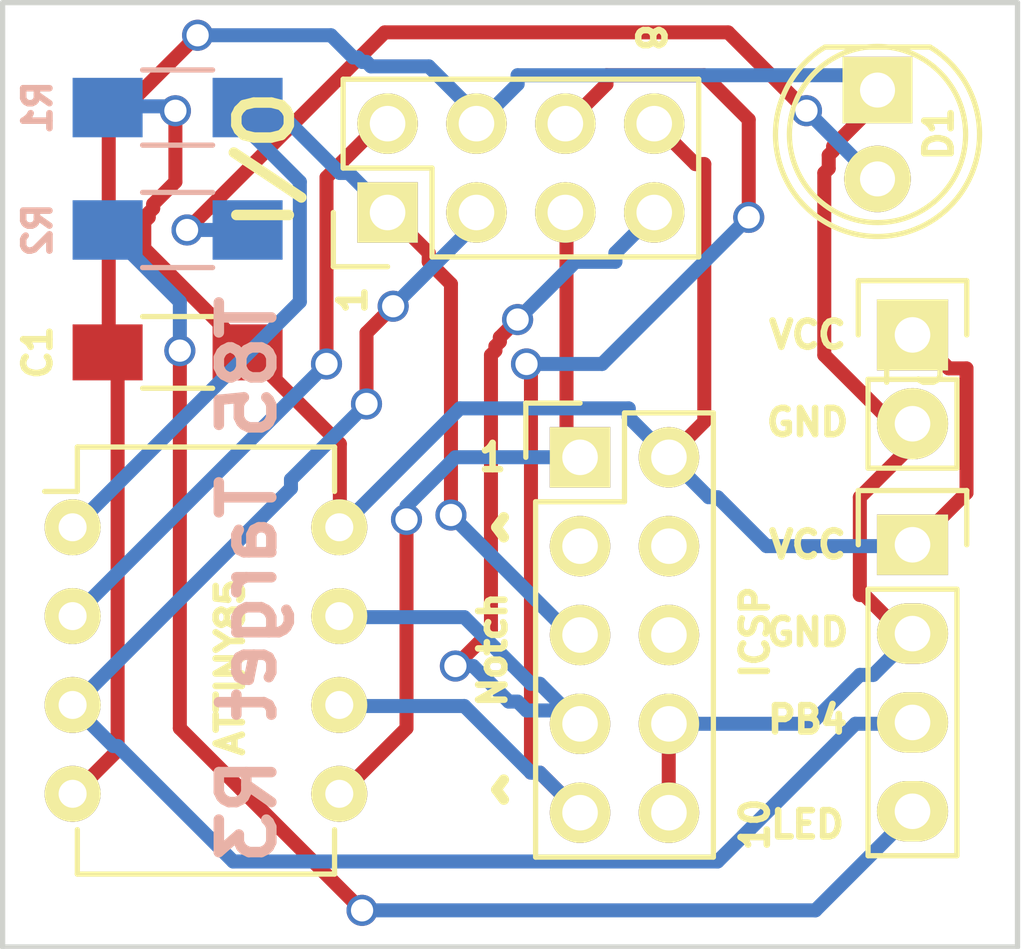
<source format=kicad_pcb>
(kicad_pcb (version 4) (host pcbnew 4.0.1-stable)

  (general
    (links 27)
    (no_connects 0)
    (area 125.924999 97.924999 155.075001 125.075001)
    (thickness 1.6)
    (drawings 25)
    (tracks 221)
    (zones 0)
    (modules 9)
    (nets 14)
  )

  (page A4)
  (layers
    (0 F.Cu signal)
    (31 B.Cu signal)
    (32 B.Adhes user)
    (33 F.Adhes user)
    (34 B.Paste user)
    (35 F.Paste user)
    (36 B.SilkS user)
    (37 F.SilkS user)
    (38 B.Mask user)
    (39 F.Mask user)
    (40 Dwgs.User user)
    (41 Cmts.User user)
    (42 Eco1.User user)
    (43 Eco2.User user)
    (44 Edge.Cuts user)
    (45 Margin user)
    (46 B.CrtYd user)
    (47 F.CrtYd user)
    (48 B.Fab user)
    (49 F.Fab user)
  )

  (setup
    (last_trace_width 0.4)
    (trace_clearance 0.254)
    (zone_clearance 0.508)
    (zone_45_only no)
    (trace_min 0.4)
    (segment_width 0.2)
    (edge_width 0.15)
    (via_size 0.889)
    (via_drill 0.635)
    (via_min_size 0.889)
    (via_min_drill 0.508)
    (uvia_size 0.508)
    (uvia_drill 0.127)
    (uvias_allowed no)
    (uvia_min_size 0.508)
    (uvia_min_drill 0.127)
    (pcb_text_width 0.3)
    (pcb_text_size 1.5 1.5)
    (mod_edge_width 0.15)
    (mod_text_size 1 1)
    (mod_text_width 0.15)
    (pad_size 1.524 1.524)
    (pad_drill 0.762)
    (pad_to_mask_clearance 0.2)
    (aux_axis_origin 0 0)
    (visible_elements FFFFFF7F)
    (pcbplotparams
      (layerselection 0x010f0_80000001)
      (usegerberextensions false)
      (excludeedgelayer true)
      (linewidth 0.100000)
      (plotframeref false)
      (viasonmask false)
      (mode 1)
      (useauxorigin false)
      (hpglpennumber 1)
      (hpglpenspeed 20)
      (hpglpendiameter 15)
      (hpglpenoverlay 2)
      (psnegative false)
      (psa4output false)
      (plotreference true)
      (plotvalue true)
      (plotinvisibletext false)
      (padsonsilk false)
      (subtractmaskfromsilk false)
      (outputformat 1)
      (mirror false)
      (drillshape 0)
      (scaleselection 1)
      (outputdirectory ""))
  )

  (net 0 "")
  (net 1 +5V)
  (net 2 GND)
  (net 3 "Net-(D1-Pad2)")
  (net 4 1)
  (net 5 2)
  (net 6 3)
  (net 7 5)
  (net 8 6)
  (net 9 7)
  (net 10 "Net-(P1-Pad3)")
  (net 11 "Net-(P1-Pad4)")
  (net 12 "Net-(P1-Pad6)")
  (net 13 LED)

  (net_class Default "This is the default net class."
    (clearance 0.254)
    (trace_width 0.4)
    (via_dia 0.889)
    (via_drill 0.635)
    (uvia_dia 0.508)
    (uvia_drill 0.127)
    (add_net +5V)
    (add_net 1)
    (add_net 2)
    (add_net 3)
    (add_net 5)
    (add_net 6)
    (add_net 7)
    (add_net GND)
    (add_net LED)
    (add_net "Net-(D1-Pad2)")
    (add_net "Net-(P1-Pad3)")
    (add_net "Net-(P1-Pad4)")
    (add_net "Net-(P1-Pad6)")
  )

  (module Capacitors_SMD:C_1206_HandSoldering (layer F.Cu) (tedit 56B27950) (tstamp 56B26110)
    (at 131 108 180)
    (descr "Capacitor SMD 1206, hand soldering")
    (tags "capacitor 1206")
    (path /568AC324)
    (attr smd)
    (fp_text reference "" (at 0 -2.3 180) (layer F.SilkS)
      (effects (font (size 1 1) (thickness 0.15)))
    )
    (fp_text value "" (at 0 2.3 180) (layer F.Fab)
      (effects (font (size 1 1) (thickness 0.15)))
    )
    (fp_line (start -3.3 -1.15) (end 3.3 -1.15) (layer F.CrtYd) (width 0.05))
    (fp_line (start -3.3 1.15) (end 3.3 1.15) (layer F.CrtYd) (width 0.05))
    (fp_line (start -3.3 -1.15) (end -3.3 1.15) (layer F.CrtYd) (width 0.05))
    (fp_line (start 3.3 -1.15) (end 3.3 1.15) (layer F.CrtYd) (width 0.05))
    (fp_line (start 1 -1.025) (end -1 -1.025) (layer F.SilkS) (width 0.15))
    (fp_line (start -1 1.025) (end 1 1.025) (layer F.SilkS) (width 0.15))
    (pad 1 smd rect (at -2 0 180) (size 2 1.6) (layers F.Cu F.Paste F.Mask)
      (net 1 +5V))
    (pad 2 smd rect (at 2 0 180) (size 2 1.6) (layers F.Cu F.Paste F.Mask)
      (net 2 GND))
    (model Capacitors_SMD.3dshapes/C_1206_HandSoldering.wrl
      (at (xyz 0 0 0))
      (scale (xyz 1 1 1))
      (rotate (xyz 0 0 0))
    )
  )

  (module LEDs:LED-5MM (layer F.Cu) (tedit 56B27A52) (tstamp 56B2611C)
    (at 151 100.5 270)
    (descr "LED 5mm round vertical")
    (tags "LED 5mm round vertical")
    (path /568AA993)
    (fp_text reference "" (at 1.524 4.064 270) (layer F.SilkS)
      (effects (font (size 1 1) (thickness 0.15)))
    )
    (fp_text value "" (at 1.524 -3.937 270) (layer F.Fab)
      (effects (font (size 1 1) (thickness 0.15)))
    )
    (fp_line (start -1.5 -1.55) (end -1.5 1.55) (layer F.CrtYd) (width 0.05))
    (fp_arc (start 1.3 0) (end -1.5 1.55) (angle -302) (layer F.CrtYd) (width 0.05))
    (fp_arc (start 1.27 0) (end -1.23 -1.5) (angle 297.5) (layer F.SilkS) (width 0.15))
    (fp_line (start -1.23 1.5) (end -1.23 -1.5) (layer F.SilkS) (width 0.15))
    (fp_circle (center 1.27 0) (end 0.97 -2.5) (layer F.SilkS) (width 0.15))
    (fp_text user "" (at -1.905 1.905 270) (layer F.SilkS)
      (effects (font (size 1 1) (thickness 0.15)))
    )
    (pad 1 thru_hole rect (at 0 0) (size 2 1.9) (drill 1.00076) (layers *.Cu *.Mask F.SilkS)
      (net 2 GND))
    (pad 2 thru_hole circle (at 2.54 0 270) (size 1.9 1.9) (drill 1.00076) (layers *.Cu *.Mask F.SilkS)
      (net 3 "Net-(D1-Pad2)"))
    (model LEDs.3dshapes/LED-5MM.wrl
      (at (xyz 0.05 0 0))
      (scale (xyz 1 1 1))
      (rotate (xyz 0 0 90))
    )
  )

  (module Housings_DIP:DIP-8_W7.62mm (layer F.Cu) (tedit 56B27959) (tstamp 56B26133)
    (at 128 113)
    (descr "8-lead dip package, row spacing 7.62 mm (300 mils)")
    (tags "dil dip 2.54 300")
    (path /568AA7DD)
    (fp_text reference "" (at 0 -5.22) (layer F.SilkS)
      (effects (font (size 1 1) (thickness 0.15)))
    )
    (fp_text value "" (at 0 -3.72) (layer F.Fab)
      (effects (font (size 1 1) (thickness 0.15)))
    )
    (fp_line (start -1.05 -2.45) (end -1.05 10.1) (layer F.CrtYd) (width 0.05))
    (fp_line (start 8.65 -2.45) (end 8.65 10.1) (layer F.CrtYd) (width 0.05))
    (fp_line (start -1.05 -2.45) (end 8.65 -2.45) (layer F.CrtYd) (width 0.05))
    (fp_line (start -1.05 10.1) (end 8.65 10.1) (layer F.CrtYd) (width 0.05))
    (fp_line (start 0.135 -2.295) (end 0.135 -1.025) (layer F.SilkS) (width 0.15))
    (fp_line (start 7.485 -2.295) (end 7.485 -1.025) (layer F.SilkS) (width 0.15))
    (fp_line (start 7.485 9.915) (end 7.485 8.645) (layer F.SilkS) (width 0.15))
    (fp_line (start 0.135 9.915) (end 0.135 8.645) (layer F.SilkS) (width 0.15))
    (fp_line (start 0.135 -2.295) (end 7.485 -2.295) (layer F.SilkS) (width 0.15))
    (fp_line (start 0.135 9.915) (end 7.485 9.915) (layer F.SilkS) (width 0.15))
    (fp_line (start 0.135 -1.025) (end -0.8 -1.025) (layer F.SilkS) (width 0.15))
    (pad 1 thru_hole oval (at 0 0) (size 1.6 1.6) (drill 0.8) (layers *.Cu *.Mask F.SilkS)
      (net 4 1))
    (pad 2 thru_hole oval (at 0 2.54) (size 1.6 1.6) (drill 0.8) (layers *.Cu *.Mask F.SilkS)
      (net 5 2))
    (pad 3 thru_hole oval (at 0 5.08) (size 1.6 1.6) (drill 0.8) (layers *.Cu *.Mask F.SilkS)
      (net 6 3))
    (pad 4 thru_hole oval (at 0 7.62) (size 1.6 1.6) (drill 0.8) (layers *.Cu *.Mask F.SilkS)
      (net 2 GND))
    (pad 5 thru_hole oval (at 7.62 7.62) (size 1.6 1.6) (drill 0.8) (layers *.Cu *.Mask F.SilkS)
      (net 7 5))
    (pad 6 thru_hole oval (at 7.62 5.08) (size 1.6 1.6) (drill 0.8) (layers *.Cu *.Mask F.SilkS)
      (net 8 6))
    (pad 7 thru_hole oval (at 7.62 2.54) (size 1.6 1.6) (drill 0.8) (layers *.Cu *.Mask F.SilkS)
      (net 9 7))
    (pad 8 thru_hole oval (at 7.62 0) (size 1.6 1.6) (drill 0.8) (layers *.Cu *.Mask F.SilkS)
      (net 1 +5V))
    (model Housings_DIP.3dshapes/DIP-8_W7.62mm.wrl
      (at (xyz 0 0 0))
      (scale (xyz 1 1 1))
      (rotate (xyz 0 0 0))
    )
  )

  (module Pin_Headers:Pin_Header_Straight_2x05 (layer F.Cu) (tedit 56B27A4E) (tstamp 56B2614D)
    (at 142.5 111)
    (descr "Through hole pin header")
    (tags "pin header")
    (path /568AA822)
    (fp_text reference "" (at 0 -5.1) (layer F.SilkS)
      (effects (font (size 1 1) (thickness 0.15)))
    )
    (fp_text value "" (at 0 -3.1) (layer F.Fab)
      (effects (font (size 1 1) (thickness 0.15)))
    )
    (fp_line (start -1.75 -1.75) (end -1.75 11.95) (layer F.CrtYd) (width 0.05))
    (fp_line (start 4.3 -1.75) (end 4.3 11.95) (layer F.CrtYd) (width 0.05))
    (fp_line (start -1.75 -1.75) (end 4.3 -1.75) (layer F.CrtYd) (width 0.05))
    (fp_line (start -1.75 11.95) (end 4.3 11.95) (layer F.CrtYd) (width 0.05))
    (fp_line (start 3.81 -1.27) (end 3.81 11.43) (layer F.SilkS) (width 0.15))
    (fp_line (start 3.81 11.43) (end -1.27 11.43) (layer F.SilkS) (width 0.15))
    (fp_line (start -1.27 11.43) (end -1.27 1.27) (layer F.SilkS) (width 0.15))
    (fp_line (start 3.81 -1.27) (end 1.27 -1.27) (layer F.SilkS) (width 0.15))
    (fp_line (start 0 -1.55) (end -1.55 -1.55) (layer F.SilkS) (width 0.15))
    (fp_line (start 1.27 -1.27) (end 1.27 1.27) (layer F.SilkS) (width 0.15))
    (fp_line (start 1.27 1.27) (end -1.27 1.27) (layer F.SilkS) (width 0.15))
    (fp_line (start -1.55 -1.55) (end -1.55 0) (layer F.SilkS) (width 0.15))
    (pad 1 thru_hole rect (at 0 0) (size 1.7272 1.7272) (drill 1.016) (layers *.Cu *.Mask F.SilkS)
      (net 7 5))
    (pad 2 thru_hole oval (at 2.54 0) (size 1.7272 1.7272) (drill 1.016) (layers *.Cu *.Mask F.SilkS)
      (net 1 +5V))
    (pad 3 thru_hole oval (at 0 2.54) (size 1.7272 1.7272) (drill 1.016) (layers *.Cu *.Mask F.SilkS)
      (net 10 "Net-(P1-Pad3)"))
    (pad 4 thru_hole oval (at 2.54 2.54) (size 1.7272 1.7272) (drill 1.016) (layers *.Cu *.Mask F.SilkS)
      (net 11 "Net-(P1-Pad4)"))
    (pad 5 thru_hole oval (at 0 5.08) (size 1.7272 1.7272) (drill 1.016) (layers *.Cu *.Mask F.SilkS)
      (net 4 1))
    (pad 6 thru_hole oval (at 2.54 5.08) (size 1.7272 1.7272) (drill 1.016) (layers *.Cu *.Mask F.SilkS)
      (net 12 "Net-(P1-Pad6)"))
    (pad 7 thru_hole oval (at 0 7.62) (size 1.7272 1.7272) (drill 1.016) (layers *.Cu *.Mask F.SilkS)
      (net 9 7))
    (pad 8 thru_hole oval (at 2.54 7.62) (size 1.7272 1.7272) (drill 1.016) (layers *.Cu *.Mask F.SilkS)
      (net 2 GND))
    (pad 9 thru_hole oval (at 0 10.16) (size 1.7272 1.7272) (drill 1.016) (layers *.Cu *.Mask F.SilkS)
      (net 8 6))
    (pad 10 thru_hole oval (at 2.54 10.16) (size 1.7272 1.7272) (drill 1.016) (layers *.Cu *.Mask F.SilkS)
      (net 2 GND))
    (model Pin_Headers.3dshapes/Pin_Header_Straight_2x05.wrl
      (at (xyz 0.05 -0.2 0))
      (scale (xyz 1 1 1))
      (rotate (xyz 0 0 90))
    )
  )

  (module Pin_Headers:Pin_Header_Straight_2x04 (layer F.Cu) (tedit 56B27946) (tstamp 56B26165)
    (at 137 104 90)
    (descr "Through hole pin header")
    (tags "pin header")
    (path /568AA883)
    (fp_text reference "" (at 0 -5.1 90) (layer F.SilkS)
      (effects (font (size 1 1) (thickness 0.15)))
    )
    (fp_text value "" (at 0 -3.1 90) (layer F.Fab)
      (effects (font (size 1 1) (thickness 0.15)))
    )
    (fp_line (start -1.75 -1.75) (end -1.75 9.4) (layer F.CrtYd) (width 0.05))
    (fp_line (start 4.3 -1.75) (end 4.3 9.4) (layer F.CrtYd) (width 0.05))
    (fp_line (start -1.75 -1.75) (end 4.3 -1.75) (layer F.CrtYd) (width 0.05))
    (fp_line (start -1.75 9.4) (end 4.3 9.4) (layer F.CrtYd) (width 0.05))
    (fp_line (start -1.27 1.27) (end -1.27 8.89) (layer F.SilkS) (width 0.15))
    (fp_line (start -1.27 8.89) (end 3.81 8.89) (layer F.SilkS) (width 0.15))
    (fp_line (start 3.81 8.89) (end 3.81 -1.27) (layer F.SilkS) (width 0.15))
    (fp_line (start 3.81 -1.27) (end 1.27 -1.27) (layer F.SilkS) (width 0.15))
    (fp_line (start 0 -1.55) (end -1.55 -1.55) (layer F.SilkS) (width 0.15))
    (fp_line (start 1.27 -1.27) (end 1.27 1.27) (layer F.SilkS) (width 0.15))
    (fp_line (start 1.27 1.27) (end -1.27 1.27) (layer F.SilkS) (width 0.15))
    (fp_line (start -1.55 -1.55) (end -1.55 0) (layer F.SilkS) (width 0.15))
    (pad 1 thru_hole rect (at 0 0 90) (size 1.7272 1.7272) (drill 1.016) (layers *.Cu *.Mask F.SilkS)
      (net 4 1))
    (pad 2 thru_hole oval (at 2.54 0 90) (size 1.7272 1.7272) (drill 1.016) (layers *.Cu *.Mask F.SilkS)
      (net 5 2))
    (pad 3 thru_hole oval (at 0 2.54 90) (size 1.7272 1.7272) (drill 1.016) (layers *.Cu *.Mask F.SilkS)
      (net 6 3))
    (pad 4 thru_hole oval (at 2.54 2.54 90) (size 1.7272 1.7272) (drill 1.016) (layers *.Cu *.Mask F.SilkS)
      (net 2 GND))
    (pad 5 thru_hole oval (at 0 5.08 90) (size 1.7272 1.7272) (drill 1.016) (layers *.Cu *.Mask F.SilkS)
      (net 7 5))
    (pad 6 thru_hole oval (at 2.54 5.08 90) (size 1.7272 1.7272) (drill 1.016) (layers *.Cu *.Mask F.SilkS)
      (net 8 6))
    (pad 7 thru_hole oval (at 0 7.62 90) (size 1.7272 1.7272) (drill 1.016) (layers *.Cu *.Mask F.SilkS)
      (net 9 7))
    (pad 8 thru_hole oval (at 2.54 7.62 90) (size 1.7272 1.7272) (drill 1.016) (layers *.Cu *.Mask F.SilkS)
      (net 1 +5V))
    (model Pin_Headers.3dshapes/Pin_Header_Straight_2x04.wrl
      (at (xyz 0.05 -0.15 0))
      (scale (xyz 1 1 1))
      (rotate (xyz 0 0 90))
    )
  )

  (module Pin_Headers:Pin_Header_Straight_1x04 (layer F.Cu) (tedit 56B279C9) (tstamp 56B26178)
    (at 152 113.5)
    (descr "Through hole pin header")
    (tags "pin header")
    (path /56B255A8)
    (fp_text reference P3 (at 0 -5.1) (layer F.SilkS)
      (effects (font (size 1 1) (thickness 0.15)))
    )
    (fp_text value "" (at 0 -3.1) (layer F.Fab)
      (effects (font (size 1 1) (thickness 0.15)))
    )
    (fp_line (start -1.75 -1.75) (end -1.75 9.4) (layer F.CrtYd) (width 0.05))
    (fp_line (start 1.75 -1.75) (end 1.75 9.4) (layer F.CrtYd) (width 0.05))
    (fp_line (start -1.75 -1.75) (end 1.75 -1.75) (layer F.CrtYd) (width 0.05))
    (fp_line (start -1.75 9.4) (end 1.75 9.4) (layer F.CrtYd) (width 0.05))
    (fp_line (start -1.27 1.27) (end -1.27 8.89) (layer F.SilkS) (width 0.15))
    (fp_line (start 1.27 1.27) (end 1.27 8.89) (layer F.SilkS) (width 0.15))
    (fp_line (start 1.55 -1.55) (end 1.55 0) (layer F.SilkS) (width 0.15))
    (fp_line (start -1.27 8.89) (end 1.27 8.89) (layer F.SilkS) (width 0.15))
    (fp_line (start 1.27 1.27) (end -1.27 1.27) (layer F.SilkS) (width 0.15))
    (fp_line (start -1.55 0) (end -1.55 -1.55) (layer F.SilkS) (width 0.15))
    (fp_line (start -1.55 -1.55) (end 1.55 -1.55) (layer F.SilkS) (width 0.15))
    (pad 1 thru_hole rect (at 0 0) (size 2.032 1.7272) (drill 1.016) (layers *.Cu *.Mask F.SilkS)
      (net 1 +5V))
    (pad 2 thru_hole oval (at 0 2.54) (size 2.032 1.7272) (drill 1.016) (layers *.Cu *.Mask F.SilkS)
      (net 2 GND))
    (pad 3 thru_hole oval (at 0 5.08) (size 2.032 1.7272) (drill 1.016) (layers *.Cu *.Mask F.SilkS)
      (net 6 3))
    (pad 4 thru_hole oval (at 0 7.62) (size 2.032 1.7272) (drill 1.016) (layers *.Cu *.Mask F.SilkS)
      (net 13 LED))
    (model Pin_Headers.3dshapes/Pin_Header_Straight_1x04.wrl
      (at (xyz 0 -0.15 0))
      (scale (xyz 1 1 1))
      (rotate (xyz 0 0 90))
    )
  )

  (module Pin_Headers:Pin_Header_Straight_1x02 (layer F.Cu) (tedit 56B27909) (tstamp 56B26189)
    (at 152 107.5)
    (descr "Through hole pin header")
    (tags "pin header")
    (path /56B29C59)
    (fp_text reference "" (at 0 -5.1) (layer F.SilkS)
      (effects (font (size 1 1) (thickness 0.15)))
    )
    (fp_text value "" (at 0 -3.1) (layer F.Fab)
      (effects (font (size 1 1) (thickness 0.15)))
    )
    (fp_line (start 1.27 1.27) (end 1.27 3.81) (layer F.SilkS) (width 0.15))
    (fp_line (start 1.55 -1.55) (end 1.55 0) (layer F.SilkS) (width 0.15))
    (fp_line (start -1.75 -1.75) (end -1.75 4.3) (layer F.CrtYd) (width 0.05))
    (fp_line (start 1.75 -1.75) (end 1.75 4.3) (layer F.CrtYd) (width 0.05))
    (fp_line (start -1.75 -1.75) (end 1.75 -1.75) (layer F.CrtYd) (width 0.05))
    (fp_line (start -1.75 4.3) (end 1.75 4.3) (layer F.CrtYd) (width 0.05))
    (fp_line (start 1.27 1.27) (end -1.27 1.27) (layer F.SilkS) (width 0.15))
    (fp_line (start -1.55 0) (end -1.55 -1.55) (layer F.SilkS) (width 0.15))
    (fp_line (start -1.55 -1.55) (end 1.55 -1.55) (layer F.SilkS) (width 0.15))
    (fp_line (start -1.27 1.27) (end -1.27 3.81) (layer F.SilkS) (width 0.15))
    (fp_line (start -1.27 3.81) (end 1.27 3.81) (layer F.SilkS) (width 0.15))
    (pad 1 thru_hole rect (at 0 0) (size 2.032 2.032) (drill 1.016) (layers *.Cu *.Mask F.SilkS)
      (net 1 +5V))
    (pad 2 thru_hole oval (at 0 2.54) (size 2.032 2.032) (drill 1.016) (layers *.Cu *.Mask F.SilkS)
      (net 2 GND))
    (model Pin_Headers.3dshapes/Pin_Header_Straight_1x02.wrl
      (at (xyz 0 -0.05 0))
      (scale (xyz 1 1 1))
      (rotate (xyz 0 0 90))
    )
  )

  (module Resistors_SMD:R_1206_HandSoldering (layer B.Cu) (tedit 56B27929) (tstamp 56B26195)
    (at 131 101 180)
    (descr "Resistor SMD 1206, hand soldering")
    (tags "resistor 1206")
    (path /568AAA9F)
    (attr smd)
    (fp_text reference "" (at 0 2.3 180) (layer B.SilkS)
      (effects (font (size 1 1) (thickness 0.15)) (justify mirror))
    )
    (fp_text value "" (at 0 -2.3 180) (layer B.Fab)
      (effects (font (size 1 1) (thickness 0.15)) (justify mirror))
    )
    (fp_line (start -3.3 1.2) (end 3.3 1.2) (layer B.CrtYd) (width 0.05))
    (fp_line (start -3.3 -1.2) (end 3.3 -1.2) (layer B.CrtYd) (width 0.05))
    (fp_line (start -3.3 1.2) (end -3.3 -1.2) (layer B.CrtYd) (width 0.05))
    (fp_line (start 3.3 1.2) (end 3.3 -1.2) (layer B.CrtYd) (width 0.05))
    (fp_line (start 1 -1.075) (end -1 -1.075) (layer B.SilkS) (width 0.15))
    (fp_line (start -1 1.075) (end 1 1.075) (layer B.SilkS) (width 0.15))
    (pad 1 smd rect (at -2 0 180) (size 2 1.7) (layers B.Cu B.Paste B.Mask)
      (net 4 1))
    (pad 2 smd rect (at 2 0 180) (size 2 1.7) (layers B.Cu B.Paste B.Mask)
      (net 1 +5V))
    (model Resistors_SMD.3dshapes/R_1206_HandSoldering.wrl
      (at (xyz 0 0 0))
      (scale (xyz 1 1 1))
      (rotate (xyz 0 0 0))
    )
  )

  (module Resistors_SMD:R_1206_HandSoldering (layer B.Cu) (tedit 56B27955) (tstamp 56B261A1)
    (at 131 104.5)
    (descr "Resistor SMD 1206, hand soldering")
    (tags "resistor 1206")
    (path /568AAA16)
    (attr smd)
    (fp_text reference "" (at 0 2.3) (layer B.SilkS)
      (effects (font (size 1 1) (thickness 0.15)) (justify mirror))
    )
    (fp_text value "" (at 0 -2.3) (layer B.Fab)
      (effects (font (size 1 1) (thickness 0.15)) (justify mirror))
    )
    (fp_line (start -3.3 1.2) (end 3.3 1.2) (layer B.CrtYd) (width 0.05))
    (fp_line (start -3.3 -1.2) (end 3.3 -1.2) (layer B.CrtYd) (width 0.05))
    (fp_line (start -3.3 1.2) (end -3.3 -1.2) (layer B.CrtYd) (width 0.05))
    (fp_line (start 3.3 1.2) (end 3.3 -1.2) (layer B.CrtYd) (width 0.05))
    (fp_line (start 1 -1.075) (end -1 -1.075) (layer B.SilkS) (width 0.15))
    (fp_line (start -1 1.075) (end 1 1.075) (layer B.SilkS) (width 0.15))
    (pad 1 smd rect (at -2 0) (size 2 1.7) (layers B.Cu B.Paste B.Mask)
      (net 13 LED))
    (pad 2 smd rect (at 2 0) (size 2 1.7) (layers B.Cu B.Paste B.Mask)
      (net 3 "Net-(D1-Pad2)"))
    (model Resistors_SMD.3dshapes/R_1206_HandSoldering.wrl
      (at (xyz 0 0 0))
      (scale (xyz 1 1 1))
      (rotate (xyz 0 0 0))
    )
  )

  (gr_text PB4 (at 149 118.5) (layer F.SilkS)
    (effects (font (size 0.75 0.75) (thickness 0.1875)))
  )
  (gr_text I/O (at 133.5 102.5 90) (layer F.SilkS)
    (effects (font (size 1.5 1.5) (thickness 0.3)))
  )
  (gr_text "T85 Target R3" (at 133 114.5 90) (layer B.SilkS)
    (effects (font (size 1.5 1.5) (thickness 0.3)) (justify mirror))
  )
  (gr_text D1 (at 152.75 101.75 90) (layer F.SilkS)
    (effects (font (size 0.75 0.75) (thickness 0.1875)))
  )
  (gr_text 8 (at 144.5 99 270) (layer F.SilkS)
    (effects (font (size 0.75 0.75) (thickness 0.1875)))
  )
  (gr_text 1 (at 136 106.5 90) (layer F.SilkS)
    (effects (font (size 0.75 0.75) (thickness 0.1875)))
  )
  (gr_text Notch (at 140 116.5 90) (layer F.SilkS)
    (effects (font (size 0.75 0.75) (thickness 0.1875)))
  )
  (gr_text ^ (at 141 120.5 90) (layer F.SilkS)
    (effects (font (size 1.5 1.5) (thickness 0.3)))
  )
  (gr_text ^ (at 141 113 90) (layer F.SilkS)
    (effects (font (size 1.5 1.5) (thickness 0.3)))
  )
  (gr_text LED (at 149 121.5) (layer F.SilkS)
    (effects (font (size 0.75 0.75) (thickness 0.1875)))
  )
  (gr_text GND (at 149 116) (layer F.SilkS)
    (effects (font (size 0.75 0.75) (thickness 0.1875)))
  )
  (gr_text VCC (at 149 113.5) (layer F.SilkS)
    (effects (font (size 0.75 0.75) (thickness 0.1875)))
  )
  (gr_text GND (at 149 110) (layer F.SilkS)
    (effects (font (size 0.75 0.75) (thickness 0.1875)))
  )
  (gr_text VCC (at 149 107.5) (layer F.SilkS)
    (effects (font (size 0.75 0.75) (thickness 0.1875)))
  )
  (gr_text R1 (at 127 101 90) (layer B.SilkS)
    (effects (font (size 0.75 0.75) (thickness 0.1875)) (justify mirror))
  )
  (gr_text R2 (at 127 104.5 90) (layer B.SilkS)
    (effects (font (size 0.75 0.75) (thickness 0.1875)) (justify mirror))
  )
  (gr_text C1 (at 127 108 90) (layer F.SilkS)
    (effects (font (size 0.75 0.75) (thickness 0.1875)))
  )
  (gr_text ATTINY85 (at 132.5 117 90) (layer F.SilkS)
    (effects (font (size 0.75 0.75) (thickness 0.1875)))
  )
  (gr_text 10 (at 147.5 121.5 90) (layer F.SilkS)
    (effects (font (size 0.75 0.75) (thickness 0.1875)))
  )
  (gr_text 1 (at 140 111) (layer F.SilkS)
    (effects (font (size 0.75 0.75) (thickness 0.1875)))
  )
  (gr_text ICSP (at 147.5 116 90) (layer F.SilkS)
    (effects (font (size 0.75 0.75) (thickness 0.1875)))
  )
  (gr_line (start 155 98) (end 126 98) (angle 90) (layer Edge.Cuts) (width 0.15))
  (gr_line (start 155 125) (end 155 98) (angle 90) (layer Edge.Cuts) (width 0.15))
  (gr_line (start 126 125) (end 155 125) (angle 90) (layer Edge.Cuts) (width 0.15))
  (gr_line (start 126 98) (end 126 125) (angle 90) (layer Edge.Cuts) (width 0.15))

  (segment (start 133 108) (end 132.969 107.95) (width 0.4) (layer F.Cu) (net 1) (status 80000))
  (segment (start 132.969 107.95) (end 130.048 105.029) (width 0.4) (layer F.Cu) (net 1) (status 80000))
  (segment (start 130.048 105.029) (end 130.048 104.267) (width 0.4) (layer F.Cu) (net 1) (status 80000))
  (segment (start 130.048 104.267) (end 130.175 104.14) (width 0.4) (layer F.Cu) (net 1) (status 80000))
  (segment (start 130.175 104.14) (end 130.175 104.013) (width 0.4) (layer F.Cu) (net 1) (status 80000))
  (segment (start 130.175 104.013) (end 130.302 103.886) (width 0.4) (layer F.Cu) (net 1) (status 80000))
  (segment (start 130.302 103.886) (end 130.302 103.759) (width 0.4) (layer F.Cu) (net 1) (status 80000))
  (segment (start 130.302 103.759) (end 130.937 103.124) (width 0.4) (layer F.Cu) (net 1) (status 80000))
  (segment (start 130.937 103.124) (end 130.937 101.092) (width 0.4) (layer F.Cu) (net 1) (status 80000))
  (via (at 130.937 101.092) (size 0.889) (layers F.Cu B.Cu) (net 1) (status 80000))
  (segment (start 130.937 101.092) (end 130.81 100.965) (width 0.4) (layer B.Cu) (net 1) (status 80000))
  (segment (start 130.81 100.965) (end 129.032 100.965) (width 0.4) (layer B.Cu) (net 1) (status 80000))
  (segment (start 129.032 100.965) (end 129 101) (width 0.4) (layer B.Cu) (net 1) (tstamp 56B27A66) (status 80000))
  (segment (start 145.04 111) (end 145.034 110.998) (width 0.4) (layer B.Cu) (net 1) (status 80000))
  (segment (start 145.034 110.998) (end 146.177 112.141) (width 0.4) (layer B.Cu) (net 1) (status 80000))
  (segment (start 146.177 112.141) (end 146.431 112.141) (width 0.4) (layer B.Cu) (net 1) (status 80000))
  (segment (start 146.431 112.141) (end 147.828 113.538) (width 0.4) (layer B.Cu) (net 1) (status 80000))
  (segment (start 147.828 113.538) (end 152.019 113.538) (width 0.4) (layer B.Cu) (net 1) (status 80000))
  (segment (start 152.019 113.538) (end 152 113.5) (width 0.4) (layer B.Cu) (net 1) (tstamp 56B27A5E) (status 80000))
  (segment (start 135.62 113) (end 135.636 113.03) (width 0.4) (layer B.Cu) (net 1) (status 80000))
  (segment (start 135.636 113.03) (end 139.065 109.601) (width 0.4) (layer B.Cu) (net 1) (status 80000))
  (segment (start 139.065 109.601) (end 143.891 109.601) (width 0.4) (layer B.Cu) (net 1) (status 80000))
  (segment (start 143.891 109.601) (end 143.891 109.855) (width 0.4) (layer B.Cu) (net 1) (status 80000))
  (segment (start 143.891 109.855) (end 145.034 110.998) (width 0.4) (layer B.Cu) (net 1) (status 80000))
  (segment (start 145.034 110.998) (end 145.04 111) (width 0.4) (layer B.Cu) (net 1) (tstamp 56B27A5D) (status 80000))
  (segment (start 133 108) (end 132.969 107.95) (width 0.4) (layer F.Cu) (net 1) (status 80000))
  (segment (start 132.969 107.95) (end 135.636 110.617) (width 0.4) (layer F.Cu) (net 1) (status 80000))
  (segment (start 135.636 110.617) (end 135.636 113.03) (width 0.4) (layer F.Cu) (net 1) (status 80000))
  (segment (start 135.636 113.03) (end 135.62 113) (width 0.4) (layer F.Cu) (net 1) (tstamp 56B27A5B) (status 80000))
  (segment (start 145.04 111) (end 145.034 110.998) (width 0.4) (layer F.Cu) (net 1) (status 80000))
  (segment (start 145.034 110.998) (end 146.05 109.982) (width 0.4) (layer F.Cu) (net 1) (status 80000))
  (segment (start 146.05 109.982) (end 146.05 102.616) (width 0.4) (layer F.Cu) (net 1) (status 80000))
  (segment (start 146.05 102.616) (end 145.796 102.616) (width 0.4) (layer F.Cu) (net 1) (status 80000))
  (segment (start 145.796 102.616) (end 144.653 101.473) (width 0.4) (layer F.Cu) (net 1) (status 80000))
  (segment (start 144.653 101.473) (end 144.62 101.46) (width 0.4) (layer F.Cu) (net 1) (tstamp 56B27A58) (status 80000))
  (segment (start 152 113.5) (end 152.019 113.538) (width 0.4) (layer F.Cu) (net 1) (status 80000))
  (segment (start 152.019 113.538) (end 153.543 112.014) (width 0.4) (layer F.Cu) (net 1) (status 80000))
  (segment (start 153.543 112.014) (end 153.543 108.458) (width 0.4) (layer F.Cu) (net 1) (status 80000))
  (segment (start 153.543 108.458) (end 153.035 108.458) (width 0.4) (layer F.Cu) (net 1) (status 80000))
  (segment (start 153.035 108.458) (end 152.019 107.442) (width 0.4) (layer F.Cu) (net 1) (status 80000))
  (segment (start 152.019 107.442) (end 152 107.5) (width 0.4) (layer F.Cu) (net 1) (tstamp 56B27A55) (status 80000))
  (segment (start 139.54 101.46) (end 139.573 101.473) (width 0.4) (layer B.Cu) (net 2) (status 80000))
  (segment (start 139.573 101.473) (end 139.573 101.219) (width 0.4) (layer B.Cu) (net 2) (status 80000))
  (segment (start 139.573 101.219) (end 138.176 99.822) (width 0.4) (layer B.Cu) (net 2) (status 80000))
  (segment (start 138.176 99.822) (end 136.525 99.822) (width 0.4) (layer B.Cu) (net 2) (status 80000))
  (segment (start 136.525 99.822) (end 136.398 99.695) (width 0.4) (layer B.Cu) (net 2) (status 80000))
  (segment (start 136.398 99.695) (end 136.271 99.695) (width 0.4) (layer B.Cu) (net 2) (status 80000))
  (segment (start 136.271 99.695) (end 136.144 99.568) (width 0.4) (layer B.Cu) (net 2) (status 80000))
  (segment (start 136.144 99.568) (end 136.017 99.568) (width 0.4) (layer B.Cu) (net 2) (status 80000))
  (segment (start 136.017 99.568) (end 135.382 98.933) (width 0.4) (layer B.Cu) (net 2) (status 80000))
  (segment (start 135.382 98.933) (end 131.572 98.933) (width 0.4) (layer B.Cu) (net 2) (status 80000))
  (via (at 131.572 98.933) (size 0.889) (layers F.Cu B.Cu) (net 2) (status 80000))
  (segment (start 131.572 98.933) (end 129.032 101.473) (width 0.4) (layer F.Cu) (net 2) (status 80000))
  (segment (start 129.032 101.473) (end 129.032 107.95) (width 0.4) (layer F.Cu) (net 2) (status 80000))
  (segment (start 129.032 107.95) (end 129 108) (width 0.4) (layer F.Cu) (net 2) (tstamp 56B27A6A) (status 80000))
  (segment (start 152 116.04) (end 152.019 116.078) (width 0.4) (layer B.Cu) (net 2) (status 80000))
  (segment (start 152.019 116.078) (end 150.876 117.221) (width 0.4) (layer B.Cu) (net 2) (status 80000))
  (segment (start 150.876 117.221) (end 150.495 117.221) (width 0.4) (layer B.Cu) (net 2) (status 80000))
  (segment (start 150.495 117.221) (end 149.098 118.618) (width 0.4) (layer B.Cu) (net 2) (status 80000))
  (segment (start 149.098 118.618) (end 145.034 118.618) (width 0.4) (layer B.Cu) (net 2) (status 80000))
  (segment (start 145.034 118.618) (end 145.04 118.62) (width 0.4) (layer B.Cu) (net 2) (tstamp 56B27A5F) (status 80000))
  (segment (start 129 108) (end 129.032 107.95) (width 0.4) (layer F.Cu) (net 2) (status 80000))
  (segment (start 129.032 107.95) (end 129.286 108.204) (width 0.4) (layer F.Cu) (net 2) (status 80000))
  (segment (start 129.286 108.204) (end 129.286 119.38) (width 0.4) (layer F.Cu) (net 2) (status 80000))
  (segment (start 129.286 119.38) (end 128.016 120.65) (width 0.4) (layer F.Cu) (net 2) (status 80000))
  (segment (start 128.016 120.65) (end 128 120.62) (width 0.4) (layer F.Cu) (net 2) (tstamp 56B27A5C) (status 80000))
  (segment (start 151 100.5) (end 151.003 100.457) (width 0.4) (layer B.Cu) (net 2) (status 80000))
  (segment (start 151.003 100.457) (end 150.622 100.076) (width 0.4) (layer B.Cu) (net 2) (status 80000))
  (segment (start 150.622 100.076) (end 140.716 100.076) (width 0.4) (layer B.Cu) (net 2) (status 80000))
  (segment (start 140.716 100.076) (end 140.716 100.33) (width 0.4) (layer B.Cu) (net 2) (status 80000))
  (segment (start 140.716 100.33) (end 139.573 101.473) (width 0.4) (layer B.Cu) (net 2) (status 80000))
  (segment (start 139.573 101.473) (end 139.54 101.46) (width 0.4) (layer B.Cu) (net 2) (tstamp 56B27A5A) (status 80000))
  (segment (start 152 110.04) (end 152.019 109.982) (width 0.4) (layer F.Cu) (net 2) (status 80000))
  (segment (start 152.019 109.982) (end 151.384 109.982) (width 0.4) (layer F.Cu) (net 2) (status 80000))
  (segment (start 151.384 109.982) (end 149.479 108.077) (width 0.4) (layer F.Cu) (net 2) (status 80000))
  (segment (start 149.479 108.077) (end 149.479 102.87) (width 0.4) (layer F.Cu) (net 2) (status 80000))
  (segment (start 149.479 102.87) (end 149.606 102.743) (width 0.4) (layer F.Cu) (net 2) (status 80000))
  (segment (start 149.606 102.743) (end 149.606 102.362) (width 0.4) (layer F.Cu) (net 2) (status 80000))
  (segment (start 149.606 102.362) (end 149.733 102.235) (width 0.4) (layer F.Cu) (net 2) (status 80000))
  (segment (start 149.733 102.235) (end 149.733 102.108) (width 0.4) (layer F.Cu) (net 2) (status 80000))
  (segment (start 149.733 102.108) (end 151.003 100.838) (width 0.4) (layer F.Cu) (net 2) (status 80000))
  (segment (start 151.003 100.838) (end 151.003 100.457) (width 0.4) (layer F.Cu) (net 2) (status 80000))
  (segment (start 151.003 100.457) (end 151 100.5) (width 0.4) (layer F.Cu) (net 2) (tstamp 56B27A59) (status 80000))
  (segment (start 152 116.04) (end 152.019 116.078) (width 0.4) (layer F.Cu) (net 2) (status 80000))
  (segment (start 152.019 116.078) (end 151.765 116.078) (width 0.4) (layer F.Cu) (net 2) (status 80000))
  (segment (start 151.765 116.078) (end 150.622 114.935) (width 0.4) (layer F.Cu) (net 2) (status 80000))
  (segment (start 150.622 114.935) (end 150.495 114.935) (width 0.4) (layer F.Cu) (net 2) (status 80000))
  (segment (start 150.495 114.935) (end 150.495 112.141) (width 0.4) (layer F.Cu) (net 2) (status 80000))
  (segment (start 150.495 112.141) (end 152.019 110.617) (width 0.4) (layer F.Cu) (net 2) (status 80000))
  (segment (start 152.019 110.617) (end 152.019 109.982) (width 0.4) (layer F.Cu) (net 2) (status 80000))
  (segment (start 152.019 109.982) (end 152 110.04) (width 0.4) (layer F.Cu) (net 2) (tstamp 56B27A56) (status 80000))
  (segment (start 145.04 118.62) (end 145.034 118.618) (width 0.4) (layer F.Cu) (net 2) (status 80000))
  (segment (start 145.034 118.618) (end 145.034 121.158) (width 0.4) (layer F.Cu) (net 2) (status 80000))
  (segment (start 145.034 121.158) (end 145.04 121.16) (width 0.4) (layer F.Cu) (net 2) (tstamp 56B27A54) (status 80000))
  (segment (start 133 104.5) (end 131.27 104.5) (width 0.4) (layer B.Cu) (net 3))
  (segment (start 148.97 101.09) (end 150.92 103.04) (width 0.4) (layer B.Cu) (net 3) (tstamp 56B27AD3))
  (via (at 148.97 101.09) (size 0.889) (drill 0.635) (layers F.Cu B.Cu) (net 3))
  (segment (start 146.73 98.85) (end 148.97 101.09) (width 0.4) (layer F.Cu) (net 3) (tstamp 56B27AD0))
  (segment (start 136.92 98.85) (end 146.73 98.85) (width 0.4) (layer F.Cu) (net 3) (tstamp 56B27ACF))
  (segment (start 131.27 104.5) (end 136.92 98.85) (width 0.4) (layer F.Cu) (net 3) (tstamp 56B27ACE))
  (via (at 131.27 104.5) (size 0.889) (drill 0.635) (layers F.Cu B.Cu) (net 3))
  (segment (start 150.92 103.04) (end 151 103.04) (width 0.4) (layer B.Cu) (net 3) (tstamp 56B27AD4))
  (segment (start 151 103.04) (end 151.003 102.997) (width 0.4) (layer B.Cu) (net 3) (status 80000))
  (segment (start 132.969 104.521) (end 133 104.5) (width 0.4) (layer B.Cu) (net 3) (tstamp 56B27A65) (status 80000))
  (segment (start 137 104) (end 137.033 104.013) (width 0.4) (layer F.Cu) (net 4) (status 80000))
  (segment (start 137.033 104.013) (end 138.176 105.156) (width 0.4) (layer F.Cu) (net 4) (status 80000))
  (segment (start 138.176 105.156) (end 138.176 105.41) (width 0.4) (layer F.Cu) (net 4) (status 80000))
  (segment (start 138.176 105.41) (end 138.811 106.045) (width 0.4) (layer F.Cu) (net 4) (status 80000))
  (segment (start 138.811 106.045) (end 138.811 112.649) (width 0.4) (layer F.Cu) (net 4) (status 80000))
  (via (at 138.811 112.649) (size 0.889) (layers F.Cu B.Cu) (net 4) (status 80000))
  (segment (start 138.811 112.649) (end 142.24 116.078) (width 0.4) (layer B.Cu) (net 4) (status 80000))
  (segment (start 142.24 116.078) (end 142.494 116.078) (width 0.4) (layer B.Cu) (net 4) (status 80000))
  (segment (start 142.494 116.078) (end 142.5 116.08) (width 0.4) (layer B.Cu) (net 4) (tstamp 56B27A69) (status 80000))
  (segment (start 133 101) (end 132.969 100.965) (width 0.4) (layer B.Cu) (net 4) (status 80000))
  (segment (start 132.969 100.965) (end 132.969 101.6) (width 0.4) (layer B.Cu) (net 4) (status 80000))
  (segment (start 132.969 101.6) (end 134.493 103.124) (width 0.4) (layer B.Cu) (net 4) (status 80000))
  (segment (start 134.493 103.124) (end 134.493 106.553) (width 0.4) (layer B.Cu) (net 4) (status 80000))
  (segment (start 134.493 106.553) (end 128.016 113.03) (width 0.4) (layer B.Cu) (net 4) (status 80000))
  (segment (start 128.016 113.03) (end 128 113) (width 0.4) (layer B.Cu) (net 4) (tstamp 56B27A68) (status 80000))
  (segment (start 137 104) (end 137.033 104.013) (width 0.4) (layer B.Cu) (net 4) (status 80000))
  (segment (start 137.033 104.013) (end 135.89 102.87) (width 0.4) (layer B.Cu) (net 4) (status 80000))
  (segment (start 135.89 102.87) (end 135.636 102.87) (width 0.4) (layer B.Cu) (net 4) (status 80000))
  (segment (start 135.636 102.87) (end 133.731 100.965) (width 0.4) (layer B.Cu) (net 4) (status 80000))
  (segment (start 133.731 100.965) (end 132.969 100.965) (width 0.4) (layer B.Cu) (net 4) (status 80000))
  (segment (start 132.969 100.965) (end 133 101) (width 0.4) (layer B.Cu) (net 4) (tstamp 56B27A60) (status 80000))
  (segment (start 137 101.46) (end 137.033 101.473) (width 0.4) (layer F.Cu) (net 5) (status 80000))
  (segment (start 137.033 101.473) (end 136.779 101.473) (width 0.4) (layer F.Cu) (net 5) (status 80000))
  (segment (start 136.779 101.473) (end 135.255 102.997) (width 0.4) (layer F.Cu) (net 5) (status 80000))
  (segment (start 135.255 102.997) (end 135.255 108.331) (width 0.4) (layer F.Cu) (net 5) (status 80000))
  (via (at 135.255 108.331) (size 0.889) (layers F.Cu B.Cu) (net 5) (status 80000))
  (segment (start 135.255 108.331) (end 128.016 115.57) (width 0.4) (layer B.Cu) (net 5) (status 80000))
  (segment (start 128.016 115.57) (end 128 115.54) (width 0.4) (layer B.Cu) (net 5) (tstamp 56B27A6C) (status 80000))
  (segment (start 139.54 104) (end 139.573 104.013) (width 0.4) (layer B.Cu) (net 6) (status 80000))
  (segment (start 139.573 104.013) (end 139.573 104.267) (width 0.4) (layer B.Cu) (net 6) (status 80000))
  (segment (start 139.573 104.267) (end 137.16 106.68) (width 0.4) (layer B.Cu) (net 6) (status 80000))
  (via (at 137.16 106.68) (size 0.889) (layers F.Cu B.Cu) (net 6) (status 80000))
  (segment (start 137.16 106.68) (end 136.398 107.442) (width 0.4) (layer F.Cu) (net 6) (status 80000))
  (segment (start 136.398 107.442) (end 136.398 109.474) (width 0.4) (layer F.Cu) (net 6) (status 80000))
  (via (at 136.398 109.474) (size 0.889) (layers F.Cu B.Cu) (net 6) (status 80000))
  (segment (start 136.398 109.474) (end 134.239 111.633) (width 0.4) (layer B.Cu) (net 6) (status 80000))
  (segment (start 134.239 111.633) (end 134.239 111.887) (width 0.4) (layer B.Cu) (net 6) (status 80000))
  (segment (start 134.239 111.887) (end 128.016 118.11) (width 0.4) (layer B.Cu) (net 6) (status 80000))
  (segment (start 128.016 118.11) (end 128 118.08) (width 0.4) (layer B.Cu) (net 6) (tstamp 56B27A6D) (status 80000))
  (segment (start 128 118.08) (end 128.016 118.11) (width 0.4) (layer B.Cu) (net 6) (status 80000))
  (segment (start 128.016 118.11) (end 129.159 119.253) (width 0.4) (layer B.Cu) (net 6) (status 80000))
  (segment (start 129.159 119.253) (end 129.286 119.253) (width 0.4) (layer B.Cu) (net 6) (status 80000))
  (segment (start 129.286 119.253) (end 132.588 122.555) (width 0.4) (layer B.Cu) (net 6) (status 80000))
  (segment (start 132.588 122.555) (end 146.431 122.555) (width 0.4) (layer B.Cu) (net 6) (status 80000))
  (segment (start 146.431 122.555) (end 150.368 118.618) (width 0.4) (layer B.Cu) (net 6) (status 80000))
  (segment (start 150.368 118.618) (end 152.019 118.618) (width 0.4) (layer B.Cu) (net 6) (status 80000))
  (segment (start 152.019 118.618) (end 152 118.58) (width 0.4) (layer B.Cu) (net 6) (tstamp 56B27A67) (status 80000))
  (segment (start 135.62 120.62) (end 135.636 120.65) (width 0.4) (layer F.Cu) (net 7) (status 80000))
  (segment (start 135.636 120.65) (end 137.541 118.745) (width 0.4) (layer F.Cu) (net 7) (status 80000))
  (segment (start 137.541 118.745) (end 137.541 112.776) (width 0.4) (layer F.Cu) (net 7) (status 80000))
  (via (at 137.541 112.776) (size 0.889) (layers F.Cu B.Cu) (net 7) (status 80000))
  (segment (start 137.541 112.776) (end 137.541 112.395) (width 0.4) (layer B.Cu) (net 7) (status 80000))
  (segment (start 137.541 112.395) (end 138.938 110.998) (width 0.4) (layer B.Cu) (net 7) (status 80000))
  (segment (start 138.938 110.998) (end 142.494 110.998) (width 0.4) (layer B.Cu) (net 7) (status 80000))
  (segment (start 142.494 110.998) (end 142.5 111) (width 0.4) (layer B.Cu) (net 7) (tstamp 56B27A6B) (status 80000))
  (segment (start 142.5 111) (end 142.494 110.998) (width 0.4) (layer F.Cu) (net 7) (status 80000))
  (segment (start 142.494 110.998) (end 142.113 110.617) (width 0.4) (layer F.Cu) (net 7) (status 80000))
  (segment (start 142.113 110.617) (end 142.113 104.013) (width 0.4) (layer F.Cu) (net 7) (status 80000))
  (segment (start 142.113 104.013) (end 142.08 104) (width 0.4) (layer F.Cu) (net 7) (tstamp 56B27A57) (status 80000))
  (segment (start 142.08 101.46) (end 142.113 101.473) (width 0.4) (layer F.Cu) (net 8) (status 80000))
  (segment (start 142.113 101.473) (end 143.256 100.33) (width 0.4) (layer F.Cu) (net 8) (status 80000))
  (segment (start 143.256 100.33) (end 143.256 100.076) (width 0.4) (layer F.Cu) (net 8) (status 80000))
  (segment (start 143.256 100.076) (end 146.05 100.076) (width 0.4) (layer F.Cu) (net 8) (status 80000))
  (segment (start 146.05 100.076) (end 147.32 101.346) (width 0.4) (layer F.Cu) (net 8) (status 80000))
  (segment (start 147.32 101.346) (end 147.32 104.14) (width 0.4) (layer F.Cu) (net 8) (status 80000))
  (via (at 147.32 104.14) (size 0.889) (layers F.Cu B.Cu) (net 8) (status 80000))
  (segment (start 147.32 104.14) (end 143.129 108.331) (width 0.4) (layer B.Cu) (net 8) (status 80000))
  (segment (start 143.129 108.331) (end 140.97 108.331) (width 0.4) (layer B.Cu) (net 8) (status 80000))
  (via (at 140.97 108.331) (size 0.889) (layers F.Cu B.Cu) (net 8) (status 80000))
  (segment (start 140.97 108.331) (end 141.097 108.458) (width 0.4) (layer F.Cu) (net 8) (status 80000))
  (segment (start 141.097 108.458) (end 141.097 120.015) (width 0.4) (layer F.Cu) (net 8) (status 80000))
  (segment (start 141.097 120.015) (end 141.351 120.015) (width 0.4) (layer F.Cu) (net 8) (status 80000))
  (segment (start 141.351 120.015) (end 142.494 121.158) (width 0.4) (layer F.Cu) (net 8) (status 80000))
  (segment (start 142.494 121.158) (end 142.5 121.16) (width 0.4) (layer F.Cu) (net 8) (tstamp 56B27A63) (status 80000))
  (segment (start 142.5 121.16) (end 142.494 121.158) (width 0.4) (layer B.Cu) (net 8) (status 80000))
  (segment (start 142.494 121.158) (end 141.351 120.015) (width 0.4) (layer B.Cu) (net 8) (status 80000))
  (segment (start 141.351 120.015) (end 141.097 120.015) (width 0.4) (layer B.Cu) (net 8) (status 80000))
  (segment (start 141.097 120.015) (end 139.192 118.11) (width 0.4) (layer B.Cu) (net 8) (status 80000))
  (segment (start 139.192 118.11) (end 135.636 118.11) (width 0.4) (layer B.Cu) (net 8) (status 80000))
  (segment (start 135.636 118.11) (end 135.62 118.08) (width 0.4) (layer B.Cu) (net 8) (tstamp 56B27A62) (status 80000))
  (segment (start 142.5 118.62) (end 142.494 118.618) (width 0.4) (layer B.Cu) (net 9) (status 80000))
  (segment (start 142.494 118.618) (end 142.113 118.237) (width 0.4) (layer B.Cu) (net 9) (status 80000))
  (segment (start 142.113 118.237) (end 140.97 118.237) (width 0.4) (layer B.Cu) (net 9) (status 80000))
  (segment (start 140.97 118.237) (end 140.716 117.983) (width 0.4) (layer B.Cu) (net 9) (status 80000))
  (segment (start 140.716 117.983) (end 140.462 117.983) (width 0.4) (layer B.Cu) (net 9) (status 80000))
  (segment (start 140.462 117.983) (end 139.446 116.967) (width 0.4) (layer B.Cu) (net 9) (status 80000))
  (segment (start 139.446 116.967) (end 138.938 116.967) (width 0.4) (layer B.Cu) (net 9) (status 80000))
  (via (at 138.938 116.967) (size 0.889) (layers F.Cu B.Cu) (net 9) (status 80000))
  (segment (start 138.938 116.967) (end 139.954 115.951) (width 0.4) (layer F.Cu) (net 9) (status 80000))
  (segment (start 139.954 115.951) (end 139.954 108.077) (width 0.4) (layer F.Cu) (net 9) (status 80000))
  (segment (start 139.954 108.077) (end 140.081 107.95) (width 0.4) (layer F.Cu) (net 9) (status 80000))
  (segment (start 140.081 107.95) (end 140.081 107.823) (width 0.4) (layer F.Cu) (net 9) (status 80000))
  (segment (start 140.081 107.823) (end 140.208 107.696) (width 0.4) (layer F.Cu) (net 9) (status 80000))
  (segment (start 140.208 107.696) (end 140.208 107.569) (width 0.4) (layer F.Cu) (net 9) (status 80000))
  (segment (start 140.208 107.569) (end 140.716 107.061) (width 0.4) (layer F.Cu) (net 9) (status 80000))
  (via (at 140.716 107.061) (size 0.889) (layers F.Cu B.Cu) (net 9) (status 80000))
  (segment (start 140.716 107.061) (end 142.367 105.41) (width 0.4) (layer B.Cu) (net 9) (status 80000))
  (segment (start 142.367 105.41) (end 143.51 105.41) (width 0.4) (layer B.Cu) (net 9) (status 80000))
  (segment (start 143.51 105.41) (end 143.51 105.156) (width 0.4) (layer B.Cu) (net 9) (status 80000))
  (segment (start 143.51 105.156) (end 144.653 104.013) (width 0.4) (layer B.Cu) (net 9) (status 80000))
  (segment (start 144.653 104.013) (end 144.62 104) (width 0.4) (layer B.Cu) (net 9) (tstamp 56B27A64) (status 80000))
  (segment (start 142.5 118.62) (end 142.494 118.618) (width 0.4) (layer B.Cu) (net 9) (status 80000))
  (segment (start 142.494 118.618) (end 141.351 117.475) (width 0.4) (layer B.Cu) (net 9) (status 80000))
  (segment (start 141.351 117.475) (end 141.097 117.475) (width 0.4) (layer B.Cu) (net 9) (status 80000))
  (segment (start 141.097 117.475) (end 139.192 115.57) (width 0.4) (layer B.Cu) (net 9) (status 80000))
  (segment (start 139.192 115.57) (end 135.636 115.57) (width 0.4) (layer B.Cu) (net 9) (status 80000))
  (segment (start 135.636 115.57) (end 135.62 115.54) (width 0.4) (layer B.Cu) (net 9) (tstamp 56B27A61) (status 80000))
  (segment (start 152 121.12) (end 152.019 121.158) (width 0.4) (layer B.Cu) (net 13) (status 80000))
  (segment (start 152.019 121.158) (end 149.225 123.952) (width 0.4) (layer B.Cu) (net 13) (status 80000))
  (segment (start 149.225 123.952) (end 136.271 123.952) (width 0.4) (layer B.Cu) (net 13) (status 80000))
  (via (at 136.271 123.952) (size 0.889) (layers F.Cu B.Cu) (net 13) (status 80000))
  (segment (start 136.271 123.952) (end 131.064 118.745) (width 0.4) (layer F.Cu) (net 13) (status 80000))
  (segment (start 131.064 118.745) (end 131.064 107.95) (width 0.4) (layer F.Cu) (net 13) (status 80000))
  (via (at 131.064 107.95) (size 0.889) (layers F.Cu B.Cu) (net 13) (status 80000))
  (segment (start 131.064 107.95) (end 131.064 106.553) (width 0.4) (layer B.Cu) (net 13) (status 80000))
  (segment (start 131.064 106.553) (end 129.032 104.521) (width 0.4) (layer B.Cu) (net 13) (status 80000))
  (segment (start 129.032 104.521) (end 129 104.5) (width 0.4) (layer B.Cu) (net 13) (tstamp 56B27A6E) (status 80000))

)

</source>
